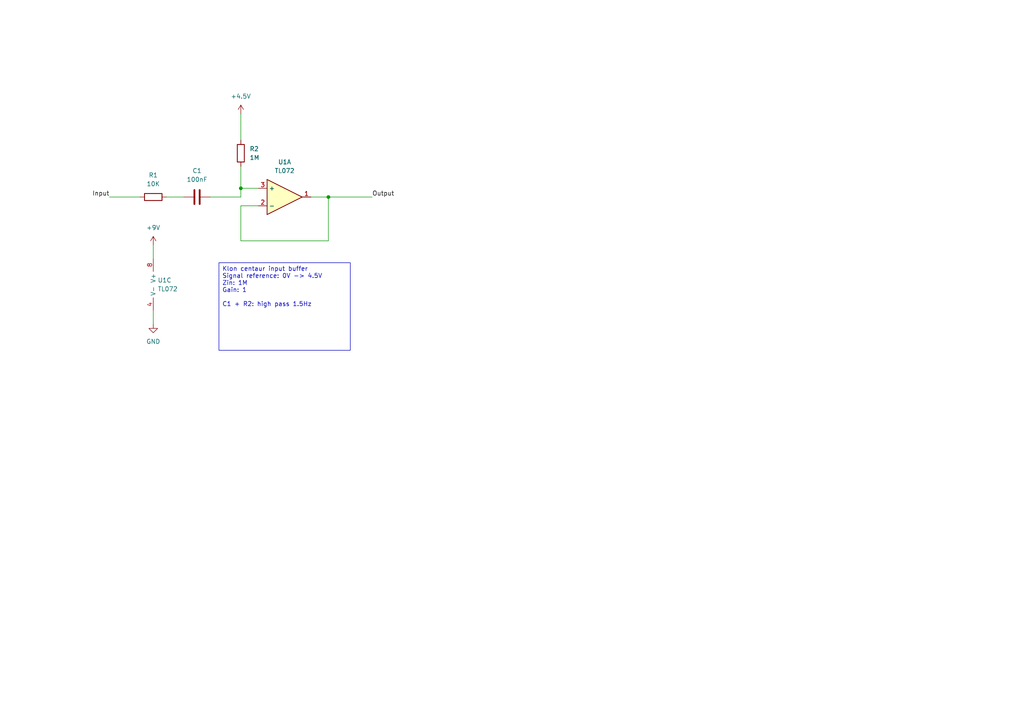
<source format=kicad_sch>
(kicad_sch (version 20250114) (generator "eeschema") (generator_version "9.0")
  (paper "A4")
  (lib_symbols
    (symbol "Device:C" (pin_numbers (hide yes)) (pin_names (offset 0.254))
      (property "Reference" "C" (at 0.635 2.54 0))
      (property "Value" "C" (at 0.635 -2.54 0))
      (symbol "C_0_1"
        (polyline (pts (xy -2.032 0.762) (xy 2.032 0.762)) (stroke (width 0.508)))
        (polyline (pts (xy -2.032 -0.762) (xy 2.032 -0.762)) (stroke (width 0.508)))
      )
      (symbol "C_1_1"
        (pin passive line (at 0 3.81 270) (length 2.794) (name "~") (number "1"))
        (pin passive line (at 0 -3.81 90) (length 2.794) (name "~") (number "2"))
      )
    )
    (symbol "Device:Opamp_Dual"
      (property "Reference" "U" (at 0 5.08 0))
      (property "Value" "Opamp_Dual" (at 0 -5.08 0))
      (symbol "Opamp_Dual_1_1"
        (polyline (pts (xy -5.08 5.08) (xy 5.08 0) (xy -5.08 -5.08) (xy -5.08 5.08)) (stroke (width 0.254)) (fill (type background)))
        (pin input line (at -7.62 2.54 0) (length 2.54) (name "+") (number "3"))
        (pin input line (at -7.62 -2.54 0) (length 2.54) (name "-") (number "2"))
        (pin output line (at 7.62 0 180) (length 2.54) (name "~") (number "1"))
      )
      (symbol "Opamp_Dual_2_1"
        (polyline (pts (xy -5.08 5.08) (xy 5.08 0) (xy -5.08 -5.08) (xy -5.08 5.08)) (stroke (width 0.254)) (fill (type background)))
        (pin input line (at -7.62 2.54 0) (length 2.54) (name "+") (number "5"))
        (pin input line (at -7.62 -2.54 0) (length 2.54) (name "-") (number "6"))
        (pin output line (at 7.62 0 180) (length 2.54) (name "~") (number "7"))
      )
      (symbol "Opamp_Dual_3_1"
        (pin power_in line (at -2.54 7.62 270) (length 3.81) (name "V+") (number "8"))
        (pin power_in line (at -2.54 -7.62 90) (length 3.81) (name "V-") (number "4"))
      )
    )
    (symbol "Device:R" (pin_numbers (hide yes)) (pin_names (offset 0))
      (property "Reference" "R" (at 2.032 0 90))
      (property "Value" "R" (at 0 0 90))
      (symbol "R_0_1"
        (rectangle (start -1.016 -2.54) (end 1.016 2.54) (stroke (width 0.254)))
      )
      (symbol "R_1_1"
        (pin passive line (at 0 3.81 270) (length 1.27) (name "~") (number "1"))
        (pin passive line (at 0 -3.81 90) (length 1.27) (name "~") (number "2"))
      )
    )
    (symbol "power:+9V" (power) (pin_numbers (hide yes)) (pin_names (offset 0) (hide yes))
      (property "Value" "+9V" (at 0 3.556 0))
      (symbol "+9V_0_1"
        (polyline (pts (xy -0.762 1.27) (xy 0 2.54)))
        (polyline (pts (xy 0 2.54) (xy 0.762 1.27)))
        (polyline (pts (xy 0 0) (xy 0 2.54)))
      )
      (symbol "+9V_1_1"
        (pin power_in line (at 0 0 90) (length 0) (name "~") (number "1"))
      )
    )
    (symbol "power:GND" (power) (pin_numbers (hide yes)) (pin_names (offset 0) (hide yes))
      (property "Value" "GND" (at 0 -3.81 0))
      (symbol "GND_0_1"
        (polyline (pts (xy 0 0) (xy 0 -1.27) (xy 1.27 -1.27) (xy 0 -2.54) (xy -1.27 -1.27) (xy 0 -1.27)))
      )
      (symbol "GND_1_1"
        (pin power_in line (at 0 0 270) (length 0) (name "~") (number "1"))
      )
    )
  )
  (text_box "Klon centaur input buffer\nSignal reference: 0V -> 4.5V\nZin: 1M\nGain: 1\n\nC1 + R2: high pass 1.5Hz" (at 63.5 76.2 0) (size 38.1 25.4) (margins 0.9525 0.9525 0.9525 0.9525) (effects (font (size 1.27 1.27)) (justify left top)))
  (junction (at 69.85 54.61))
  (junction (at 95.25 57.15))
  (wire (pts (xy 90.17 57.15) (xy 95.25 57.15)))
  (wire (pts (xy 69.85 33.02) (xy 69.85 40.64)))
  (wire (pts (xy 95.25 57.15) (xy 107.95 57.15)))
  (wire (pts (xy 60.96 57.15) (xy 69.85 57.15)))
  (wire (pts (xy 69.85 54.61) (xy 74.93 54.61)))
  (wire (pts (xy 48.26 57.15) (xy 53.34 57.15)))
  (wire (pts (xy 44.45 93.98) (xy 44.45 90.17)))
  (wire (pts (xy 44.45 71.12) (xy 44.45 74.93)))
  (wire (pts (xy 69.85 54.61) (xy 69.85 57.15)))
  (wire (pts (xy 95.25 57.15) (xy 95.25 69.85)))
  (wire (pts (xy 95.25 69.85) (xy 69.85 69.85)))
  (wire (pts (xy 69.85 69.85) (xy 69.85 59.69)))
  (wire (pts (xy 69.85 59.69) (xy 74.93 59.69)))
  (wire (pts (xy 69.85 48.26) (xy 69.85 54.61)))
  (wire (pts (xy 31.75 57.15) (xy 40.64 57.15)))
  (label "Output" (at 107.95 57.15 0))
  (label "Input" (at 31.75 57.15 180))
  (symbol (lib_id "power:+9V") (at 69.85 33.02 0) (mirror y) (unit 1)
    (property "Reference" "#PWR04" (effects (hide yes)))
    (property "Value" "+4.5V" (at 69.85 27.94 0))
    (property "Description" "Power symbol creates a global label with name \"+9V\"" (effects (hide yes)))
  )
  (symbol (lib_id "Device:R") (at 69.85 44.45 0) (unit 1)
    (property "Reference" "R2" (at 72.39 43.1799 0) (effects (justify left)))
    (property "Value" "1M" (at 72.39 45.7199 0) (effects (justify left)))
    (property "Footprint" "Resistor_THT:R_Axial_DIN0207_L6.3mm_D2.5mm_P7.62mm_Horizontal" (effects (hide yes)))
    (property "Description" "Resistor" (effects (hide yes)))
  )
  (symbol (lib_id "Device:R") (at 44.45 57.15 90) (unit 1)
    (property "Reference" "R1" (at 44.45 50.8 90))
    (property "Value" "10K" (at 44.45 53.34 90))
    (property "Footprint" "Resistor_THT:R_Axial_DIN0207_L6.3mm_D2.5mm_P7.62mm_Horizontal" (effects (hide yes)))
    (property "Description" "Resistor" (effects (hide yes)))
  )
  (symbol (lib_id "Device:Opamp_Dual") (at 82.55 57.15 0) (unit 1)
    (property "Reference" "U1" (at 82.55 46.99 0))
    (property "Value" "TL072" (at 82.55 49.53 0))
    (property "Description" "Dual operational amplifier" (effects (hide yes)))
    (property "Sim.Library" "${KICAD7_SYMBOL_DIR}/Simulation_SPICE.sp" (effects (hide yes)))
    (property "Sim.Name" "kicad_builtin_opamp_dual" (effects (hide yes)))
    (property "Sim.Device" "SUBCKT" (effects (hide yes)))
    (property "Sim.Pins" "1=out1 2=in1- 3=in1+ 4=vee 5=in2+ 6=in2- 7=out2 8=vcc" (effects (hide yes)))
  )
  (symbol (lib_id "power:GND") (at 44.45 93.98 0) (unit 1)
    (property "Reference" "#PWR06" (effects (hide yes)))
    (property "Value" "GND" (at 44.45 99.06 0))
    (property "Description" "Power symbol creates a global label with name \"GND\" , ground" (effects (hide yes)))
  )
  (symbol (lib_id "power:+9V") (at 44.45 71.12 0) (mirror y) (unit 1)
    (property "Reference" "#PWR05" (effects (hide yes)))
    (property "Value" "+9V" (at 44.45 66.04 0))
    (property "Description" "Power symbol creates a global label with name \"+9V\"" (effects (hide yes)))
  )
  (symbol (lib_id "Device:C") (at 57.15 57.15 90) (unit 1)
    (property "Reference" "C1" (at 57.15 49.53 90))
    (property "Value" "100nF" (at 57.15 52.07 90))
    (property "Description" "Unpolarized capacitor" (effects (hide yes)))
  )
  (symbol (lib_id "Device:Opamp_Dual") (at 46.99 82.55 0) (unit 3)
    (property "Reference" "U1" (at 45.72 81.2799 0) (effects (justify left)))
    (property "Value" "TL072" (at 45.72 83.8199 0) (effects (justify left)))
    (property "Description" "Dual operational amplifier" (effects (hide yes)))
    (property "Sim.Library" "${KICAD7_SYMBOL_DIR}/Simulation_SPICE.sp" (effects (hide yes)))
    (property "Sim.Name" "kicad_builtin_opamp_dual" (effects (hide yes)))
    (property "Sim.Device" "SUBCKT" (effects (hide yes)))
    (property "Sim.Pins" "1=out1 2=in1- 3=in1+ 4=vee 5=in2+ 6=in2- 7=out2 8=vcc" (effects (hide yes)))
  )
)
</source>
